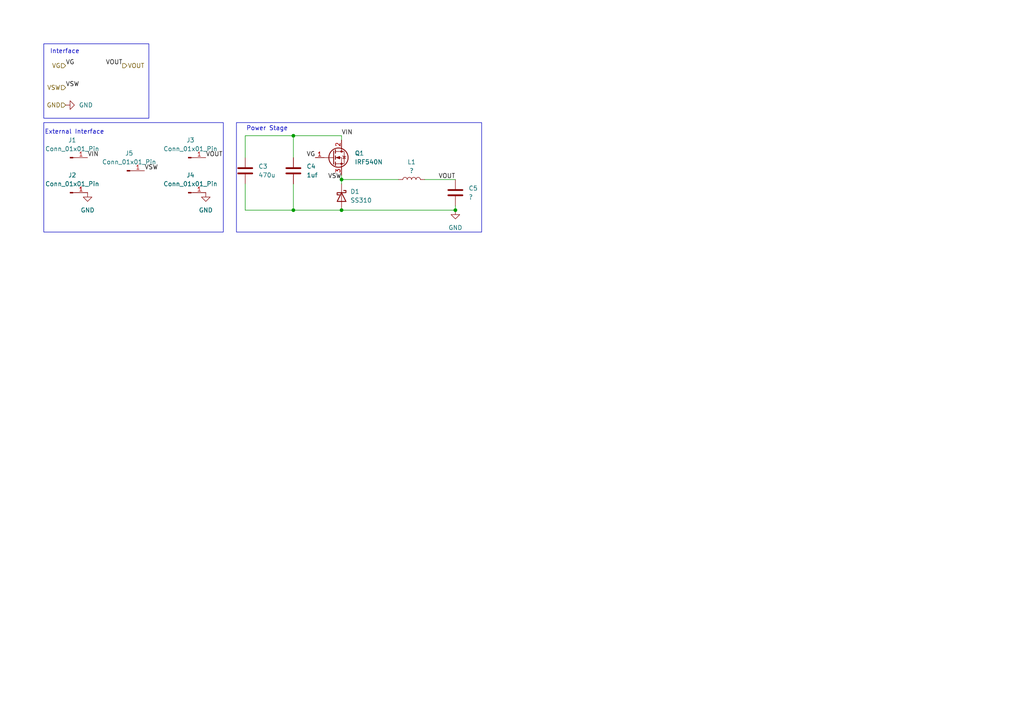
<source format=kicad_sch>
(kicad_sch
	(version 20231120)
	(generator "eeschema")
	(generator_version "8.0")
	(uuid "461f4735-356a-47d8-be74-67da282d7f2c")
	(paper "A4")
	(title_block
		(title "My First Buck")
		(date "2025-01-21")
		(rev "v0")
		(company "Andy Truong")
	)
	(lib_symbols
		(symbol "Connector:Conn_01x01_Pin"
			(pin_names
				(offset 1.016) hide)
			(exclude_from_sim no)
			(in_bom yes)
			(on_board yes)
			(property "Reference" "J"
				(at 0 2.54 0)
				(effects
					(font
						(size 1.27 1.27)
					)
				)
			)
			(property "Value" "Conn_01x01_Pin"
				(at 0 -2.54 0)
				(effects
					(font
						(size 1.27 1.27)
					)
				)
			)
			(property "Footprint" ""
				(at 0 0 0)
				(effects
					(font
						(size 1.27 1.27)
					)
					(hide yes)
				)
			)
			(property "Datasheet" "~"
				(at 0 0 0)
				(effects
					(font
						(size 1.27 1.27)
					)
					(hide yes)
				)
			)
			(property "Description" "Generic connector, single row, 01x01, script generated"
				(at 0 0 0)
				(effects
					(font
						(size 1.27 1.27)
					)
					(hide yes)
				)
			)
			(property "ki_locked" ""
				(at 0 0 0)
				(effects
					(font
						(size 1.27 1.27)
					)
				)
			)
			(property "ki_keywords" "connector"
				(at 0 0 0)
				(effects
					(font
						(size 1.27 1.27)
					)
					(hide yes)
				)
			)
			(property "ki_fp_filters" "Connector*:*_1x??_*"
				(at 0 0 0)
				(effects
					(font
						(size 1.27 1.27)
					)
					(hide yes)
				)
			)
			(symbol "Conn_01x01_Pin_1_1"
				(polyline
					(pts
						(xy 1.27 0) (xy 0.8636 0)
					)
					(stroke
						(width 0.1524)
						(type default)
					)
					(fill
						(type none)
					)
				)
				(rectangle
					(start 0.8636 0.127)
					(end 0 -0.127)
					(stroke
						(width 0.1524)
						(type default)
					)
					(fill
						(type outline)
					)
				)
				(pin passive line
					(at 5.08 0 180)
					(length 3.81)
					(name "Pin_1"
						(effects
							(font
								(size 1.27 1.27)
							)
						)
					)
					(number "1"
						(effects
							(font
								(size 1.27 1.27)
							)
						)
					)
				)
			)
		)
		(symbol "Device:C"
			(pin_numbers hide)
			(pin_names
				(offset 0.254)
			)
			(exclude_from_sim no)
			(in_bom yes)
			(on_board yes)
			(property "Reference" "C"
				(at 0.635 2.54 0)
				(effects
					(font
						(size 1.27 1.27)
					)
					(justify left)
				)
			)
			(property "Value" "C"
				(at 0.635 -2.54 0)
				(effects
					(font
						(size 1.27 1.27)
					)
					(justify left)
				)
			)
			(property "Footprint" ""
				(at 0.9652 -3.81 0)
				(effects
					(font
						(size 1.27 1.27)
					)
					(hide yes)
				)
			)
			(property "Datasheet" "~"
				(at 0 0 0)
				(effects
					(font
						(size 1.27 1.27)
					)
					(hide yes)
				)
			)
			(property "Description" "Unpolarized capacitor"
				(at 0 0 0)
				(effects
					(font
						(size 1.27 1.27)
					)
					(hide yes)
				)
			)
			(property "ki_keywords" "cap capacitor"
				(at 0 0 0)
				(effects
					(font
						(size 1.27 1.27)
					)
					(hide yes)
				)
			)
			(property "ki_fp_filters" "C_*"
				(at 0 0 0)
				(effects
					(font
						(size 1.27 1.27)
					)
					(hide yes)
				)
			)
			(symbol "C_0_1"
				(polyline
					(pts
						(xy -2.032 -0.762) (xy 2.032 -0.762)
					)
					(stroke
						(width 0.508)
						(type default)
					)
					(fill
						(type none)
					)
				)
				(polyline
					(pts
						(xy -2.032 0.762) (xy 2.032 0.762)
					)
					(stroke
						(width 0.508)
						(type default)
					)
					(fill
						(type none)
					)
				)
			)
			(symbol "C_1_1"
				(pin passive line
					(at 0 3.81 270)
					(length 2.794)
					(name "~"
						(effects
							(font
								(size 1.27 1.27)
							)
						)
					)
					(number "1"
						(effects
							(font
								(size 1.27 1.27)
							)
						)
					)
				)
				(pin passive line
					(at 0 -3.81 90)
					(length 2.794)
					(name "~"
						(effects
							(font
								(size 1.27 1.27)
							)
						)
					)
					(number "2"
						(effects
							(font
								(size 1.27 1.27)
							)
						)
					)
				)
			)
		)
		(symbol "Device:L"
			(pin_numbers hide)
			(pin_names
				(offset 1.016) hide)
			(exclude_from_sim no)
			(in_bom yes)
			(on_board yes)
			(property "Reference" "L"
				(at -1.27 0 90)
				(effects
					(font
						(size 1.27 1.27)
					)
				)
			)
			(property "Value" "L"
				(at 1.905 0 90)
				(effects
					(font
						(size 1.27 1.27)
					)
				)
			)
			(property "Footprint" ""
				(at 0 0 0)
				(effects
					(font
						(size 1.27 1.27)
					)
					(hide yes)
				)
			)
			(property "Datasheet" "~"
				(at 0 0 0)
				(effects
					(font
						(size 1.27 1.27)
					)
					(hide yes)
				)
			)
			(property "Description" "Inductor"
				(at 0 0 0)
				(effects
					(font
						(size 1.27 1.27)
					)
					(hide yes)
				)
			)
			(property "ki_keywords" "inductor choke coil reactor magnetic"
				(at 0 0 0)
				(effects
					(font
						(size 1.27 1.27)
					)
					(hide yes)
				)
			)
			(property "ki_fp_filters" "Choke_* *Coil* Inductor_* L_*"
				(at 0 0 0)
				(effects
					(font
						(size 1.27 1.27)
					)
					(hide yes)
				)
			)
			(symbol "L_0_1"
				(arc
					(start 0 -2.54)
					(mid 0.6323 -1.905)
					(end 0 -1.27)
					(stroke
						(width 0)
						(type default)
					)
					(fill
						(type none)
					)
				)
				(arc
					(start 0 -1.27)
					(mid 0.6323 -0.635)
					(end 0 0)
					(stroke
						(width 0)
						(type default)
					)
					(fill
						(type none)
					)
				)
				(arc
					(start 0 0)
					(mid 0.6323 0.635)
					(end 0 1.27)
					(stroke
						(width 0)
						(type default)
					)
					(fill
						(type none)
					)
				)
				(arc
					(start 0 1.27)
					(mid 0.6323 1.905)
					(end 0 2.54)
					(stroke
						(width 0)
						(type default)
					)
					(fill
						(type none)
					)
				)
			)
			(symbol "L_1_1"
				(pin passive line
					(at 0 3.81 270)
					(length 1.27)
					(name "1"
						(effects
							(font
								(size 1.27 1.27)
							)
						)
					)
					(number "1"
						(effects
							(font
								(size 1.27 1.27)
							)
						)
					)
				)
				(pin passive line
					(at 0 -3.81 90)
					(length 1.27)
					(name "2"
						(effects
							(font
								(size 1.27 1.27)
							)
						)
					)
					(number "2"
						(effects
							(font
								(size 1.27 1.27)
							)
						)
					)
				)
			)
		)
		(symbol "Diode:SS310"
			(pin_numbers hide)
			(pin_names
				(offset 1.016) hide)
			(exclude_from_sim no)
			(in_bom yes)
			(on_board yes)
			(property "Reference" "D"
				(at 0 2.54 0)
				(effects
					(font
						(size 1.27 1.27)
					)
				)
			)
			(property "Value" "SS310"
				(at 0 -2.54 0)
				(effects
					(font
						(size 1.27 1.27)
					)
				)
			)
			(property "Footprint" "Diode_SMD:D_SMA"
				(at 0 -4.445 0)
				(effects
					(font
						(size 1.27 1.27)
					)
					(hide yes)
				)
			)
			(property "Datasheet" "https://www.microdiode.com/uploadfiles//PDF/SS32-THRU-SS3200-SMA.pdf"
				(at 0 0 0)
				(effects
					(font
						(size 1.27 1.27)
					)
					(hide yes)
				)
			)
			(property "Description" "100V 3A Schottky Diode, SMA"
				(at 0 0 0)
				(effects
					(font
						(size 1.27 1.27)
					)
					(hide yes)
				)
			)
			(property "ki_keywords" "diode Schottky"
				(at 0 0 0)
				(effects
					(font
						(size 1.27 1.27)
					)
					(hide yes)
				)
			)
			(property "ki_fp_filters" "D*SMA*"
				(at 0 0 0)
				(effects
					(font
						(size 1.27 1.27)
					)
					(hide yes)
				)
			)
			(symbol "SS310_0_1"
				(polyline
					(pts
						(xy 1.27 0) (xy -1.27 0)
					)
					(stroke
						(width 0)
						(type default)
					)
					(fill
						(type none)
					)
				)
				(polyline
					(pts
						(xy 1.27 1.27) (xy 1.27 -1.27) (xy -1.27 0) (xy 1.27 1.27)
					)
					(stroke
						(width 0.254)
						(type default)
					)
					(fill
						(type none)
					)
				)
				(polyline
					(pts
						(xy -1.905 0.635) (xy -1.905 1.27) (xy -1.27 1.27) (xy -1.27 -1.27) (xy -0.635 -1.27) (xy -0.635 -0.635)
					)
					(stroke
						(width 0.254)
						(type default)
					)
					(fill
						(type none)
					)
				)
			)
			(symbol "SS310_1_1"
				(pin passive line
					(at -3.81 0 0)
					(length 2.54)
					(name "K"
						(effects
							(font
								(size 1.27 1.27)
							)
						)
					)
					(number "1"
						(effects
							(font
								(size 1.27 1.27)
							)
						)
					)
				)
				(pin passive line
					(at 3.81 0 180)
					(length 2.54)
					(name "A"
						(effects
							(font
								(size 1.27 1.27)
							)
						)
					)
					(number "2"
						(effects
							(font
								(size 1.27 1.27)
							)
						)
					)
				)
			)
		)
		(symbol "Transistor_FET:IRF540N"
			(pin_names hide)
			(exclude_from_sim no)
			(in_bom yes)
			(on_board yes)
			(property "Reference" "Q"
				(at 5.08 1.905 0)
				(effects
					(font
						(size 1.27 1.27)
					)
					(justify left)
				)
			)
			(property "Value" "IRF540N"
				(at 5.08 0 0)
				(effects
					(font
						(size 1.27 1.27)
					)
					(justify left)
				)
			)
			(property "Footprint" "Package_TO_SOT_THT:TO-220-3_Vertical"
				(at 5.08 -1.905 0)
				(effects
					(font
						(size 1.27 1.27)
						(italic yes)
					)
					(justify left)
					(hide yes)
				)
			)
			(property "Datasheet" "http://www.irf.com/product-info/datasheets/data/irf540n.pdf"
				(at 5.08 -3.81 0)
				(effects
					(font
						(size 1.27 1.27)
					)
					(justify left)
					(hide yes)
				)
			)
			(property "Description" "33A Id, 100V Vds, HEXFET N-Channel MOSFET, TO-220"
				(at 0 0 0)
				(effects
					(font
						(size 1.27 1.27)
					)
					(hide yes)
				)
			)
			(property "ki_keywords" "HEXFET N-Channel MOSFET"
				(at 0 0 0)
				(effects
					(font
						(size 1.27 1.27)
					)
					(hide yes)
				)
			)
			(property "ki_fp_filters" "TO?220*"
				(at 0 0 0)
				(effects
					(font
						(size 1.27 1.27)
					)
					(hide yes)
				)
			)
			(symbol "IRF540N_0_1"
				(polyline
					(pts
						(xy 0.254 0) (xy -2.54 0)
					)
					(stroke
						(width 0)
						(type default)
					)
					(fill
						(type none)
					)
				)
				(polyline
					(pts
						(xy 0.254 1.905) (xy 0.254 -1.905)
					)
					(stroke
						(width 0.254)
						(type default)
					)
					(fill
						(type none)
					)
				)
				(polyline
					(pts
						(xy 0.762 -1.27) (xy 0.762 -2.286)
					)
					(stroke
						(width 0.254)
						(type default)
					)
					(fill
						(type none)
					)
				)
				(polyline
					(pts
						(xy 0.762 0.508) (xy 0.762 -0.508)
					)
					(stroke
						(width 0.254)
						(type default)
					)
					(fill
						(type none)
					)
				)
				(polyline
					(pts
						(xy 0.762 2.286) (xy 0.762 1.27)
					)
					(stroke
						(width 0.254)
						(type default)
					)
					(fill
						(type none)
					)
				)
				(polyline
					(pts
						(xy 2.54 2.54) (xy 2.54 1.778)
					)
					(stroke
						(width 0)
						(type default)
					)
					(fill
						(type none)
					)
				)
				(polyline
					(pts
						(xy 2.54 -2.54) (xy 2.54 0) (xy 0.762 0)
					)
					(stroke
						(width 0)
						(type default)
					)
					(fill
						(type none)
					)
				)
				(polyline
					(pts
						(xy 0.762 -1.778) (xy 3.302 -1.778) (xy 3.302 1.778) (xy 0.762 1.778)
					)
					(stroke
						(width 0)
						(type default)
					)
					(fill
						(type none)
					)
				)
				(polyline
					(pts
						(xy 1.016 0) (xy 2.032 0.381) (xy 2.032 -0.381) (xy 1.016 0)
					)
					(stroke
						(width 0)
						(type default)
					)
					(fill
						(type outline)
					)
				)
				(polyline
					(pts
						(xy 2.794 0.508) (xy 2.921 0.381) (xy 3.683 0.381) (xy 3.81 0.254)
					)
					(stroke
						(width 0)
						(type default)
					)
					(fill
						(type none)
					)
				)
				(polyline
					(pts
						(xy 3.302 0.381) (xy 2.921 -0.254) (xy 3.683 -0.254) (xy 3.302 0.381)
					)
					(stroke
						(width 0)
						(type default)
					)
					(fill
						(type none)
					)
				)
				(circle
					(center 1.651 0)
					(radius 2.794)
					(stroke
						(width 0.254)
						(type default)
					)
					(fill
						(type none)
					)
				)
				(circle
					(center 2.54 -1.778)
					(radius 0.254)
					(stroke
						(width 0)
						(type default)
					)
					(fill
						(type outline)
					)
				)
				(circle
					(center 2.54 1.778)
					(radius 0.254)
					(stroke
						(width 0)
						(type default)
					)
					(fill
						(type outline)
					)
				)
			)
			(symbol "IRF540N_1_1"
				(pin input line
					(at -5.08 0 0)
					(length 2.54)
					(name "G"
						(effects
							(font
								(size 1.27 1.27)
							)
						)
					)
					(number "1"
						(effects
							(font
								(size 1.27 1.27)
							)
						)
					)
				)
				(pin passive line
					(at 2.54 5.08 270)
					(length 2.54)
					(name "D"
						(effects
							(font
								(size 1.27 1.27)
							)
						)
					)
					(number "2"
						(effects
							(font
								(size 1.27 1.27)
							)
						)
					)
				)
				(pin passive line
					(at 2.54 -5.08 90)
					(length 2.54)
					(name "S"
						(effects
							(font
								(size 1.27 1.27)
							)
						)
					)
					(number "3"
						(effects
							(font
								(size 1.27 1.27)
							)
						)
					)
				)
			)
		)
		(symbol "power:GND"
			(power)
			(pin_numbers hide)
			(pin_names
				(offset 0) hide)
			(exclude_from_sim no)
			(in_bom yes)
			(on_board yes)
			(property "Reference" "#PWR"
				(at 0 -6.35 0)
				(effects
					(font
						(size 1.27 1.27)
					)
					(hide yes)
				)
			)
			(property "Value" "GND"
				(at 0 -3.81 0)
				(effects
					(font
						(size 1.27 1.27)
					)
				)
			)
			(property "Footprint" ""
				(at 0 0 0)
				(effects
					(font
						(size 1.27 1.27)
					)
					(hide yes)
				)
			)
			(property "Datasheet" ""
				(at 0 0 0)
				(effects
					(font
						(size 1.27 1.27)
					)
					(hide yes)
				)
			)
			(property "Description" "Power symbol creates a global label with name \"GND\" , ground"
				(at 0 0 0)
				(effects
					(font
						(size 1.27 1.27)
					)
					(hide yes)
				)
			)
			(property "ki_keywords" "global power"
				(at 0 0 0)
				(effects
					(font
						(size 1.27 1.27)
					)
					(hide yes)
				)
			)
			(symbol "GND_0_1"
				(polyline
					(pts
						(xy 0 0) (xy 0 -1.27) (xy 1.27 -1.27) (xy 0 -2.54) (xy -1.27 -1.27) (xy 0 -1.27)
					)
					(stroke
						(width 0)
						(type default)
					)
					(fill
						(type none)
					)
				)
			)
			(symbol "GND_1_1"
				(pin power_in line
					(at 0 0 270)
					(length 0)
					(name "~"
						(effects
							(font
								(size 1.27 1.27)
							)
						)
					)
					(number "1"
						(effects
							(font
								(size 1.27 1.27)
							)
						)
					)
				)
			)
		)
	)
	(junction
		(at 132.08 60.96)
		(diameter 0)
		(color 0 0 0 0)
		(uuid "541a612c-42b1-41ff-8f4b-157d6f771295")
	)
	(junction
		(at 99.06 60.96)
		(diameter 0)
		(color 0 0 0 0)
		(uuid "625bf7ce-fa5f-42bb-9f2e-48642cdd47f3")
	)
	(junction
		(at 85.09 39.37)
		(diameter 0)
		(color 0 0 0 0)
		(uuid "7287d3e5-8fa5-47fa-9314-e16b26278fff")
	)
	(junction
		(at 85.09 60.96)
		(diameter 0)
		(color 0 0 0 0)
		(uuid "791ed3ce-98fd-4b18-b910-ed2a2eeb34ce")
	)
	(junction
		(at 99.06 52.07)
		(diameter 0)
		(color 0 0 0 0)
		(uuid "bbae9011-4574-475a-b00c-111e7a539bbb")
	)
	(wire
		(pts
			(xy 85.09 53.34) (xy 85.09 60.96)
		)
		(stroke
			(width 0)
			(type default)
		)
		(uuid "2a5baf41-5138-4fef-a8c6-c5b19421da90")
	)
	(wire
		(pts
			(xy 85.09 45.72) (xy 85.09 39.37)
		)
		(stroke
			(width 0)
			(type default)
		)
		(uuid "2e7aefc2-1fd4-4de2-9d98-82d23449302b")
	)
	(wire
		(pts
			(xy 71.12 53.34) (xy 71.12 60.96)
		)
		(stroke
			(width 0)
			(type default)
		)
		(uuid "51f74c70-ce3f-4ea2-9282-647978b9abc3")
	)
	(wire
		(pts
			(xy 71.12 60.96) (xy 85.09 60.96)
		)
		(stroke
			(width 0)
			(type default)
		)
		(uuid "52309780-46a2-4af3-8eac-ea1c1cd8afe0")
	)
	(wire
		(pts
			(xy 85.09 39.37) (xy 99.06 39.37)
		)
		(stroke
			(width 0)
			(type default)
		)
		(uuid "68ef6c98-1bb4-4eb7-8725-20267882568e")
	)
	(wire
		(pts
			(xy 123.19 52.07) (xy 132.08 52.07)
		)
		(stroke
			(width 0)
			(type default)
		)
		(uuid "737bffdd-93b9-40dd-8546-22cccb1171d3")
	)
	(wire
		(pts
			(xy 71.12 45.72) (xy 71.12 39.37)
		)
		(stroke
			(width 0)
			(type default)
		)
		(uuid "7e30606a-cd35-4f7a-96d1-d796ecb3e9f7")
	)
	(wire
		(pts
			(xy 99.06 52.07) (xy 115.57 52.07)
		)
		(stroke
			(width 0)
			(type default)
		)
		(uuid "88e7585a-e3fb-40d5-83fb-2289c0b5ae8e")
	)
	(wire
		(pts
			(xy 71.12 39.37) (xy 85.09 39.37)
		)
		(stroke
			(width 0)
			(type default)
		)
		(uuid "8d860dae-7013-4fe2-b2f4-7528c0ae4a2a")
	)
	(wire
		(pts
			(xy 99.06 52.07) (xy 99.06 53.34)
		)
		(stroke
			(width 0)
			(type default)
		)
		(uuid "a79f37f7-7855-4d0a-9ccf-585561308123")
	)
	(wire
		(pts
			(xy 99.06 50.8) (xy 99.06 52.07)
		)
		(stroke
			(width 0)
			(type default)
		)
		(uuid "b1be8f47-f0c5-48c1-a15d-d8bc948609da")
	)
	(wire
		(pts
			(xy 132.08 60.96) (xy 132.08 59.69)
		)
		(stroke
			(width 0)
			(type default)
		)
		(uuid "c0d8db74-2357-4ceb-a48d-13857e0cb257")
	)
	(wire
		(pts
			(xy 99.06 60.96) (xy 132.08 60.96)
		)
		(stroke
			(width 0)
			(type default)
		)
		(uuid "c4e1454d-b212-465c-bb3b-27a996d413e5")
	)
	(wire
		(pts
			(xy 99.06 39.37) (xy 99.06 40.64)
		)
		(stroke
			(width 0)
			(type default)
		)
		(uuid "ca70ab81-af3f-4292-9ebb-c2dbc27fe4f9")
	)
	(wire
		(pts
			(xy 85.09 60.96) (xy 99.06 60.96)
		)
		(stroke
			(width 0)
			(type default)
		)
		(uuid "d1f5ff06-3e2f-46d8-9f41-9a5b5c2a2f25")
	)
	(rectangle
		(start 12.7 35.56)
		(end 64.77 67.31)
		(stroke
			(width 0)
			(type default)
		)
		(fill
			(type none)
		)
		(uuid 46b3d4ac-5805-4dff-90e7-6e940cd3590d)
	)
	(rectangle
		(start 68.58 35.56)
		(end 139.7 67.31)
		(stroke
			(width 0)
			(type default)
		)
		(fill
			(type none)
		)
		(uuid 4d407b1f-c4c8-4159-a0e3-f7ebe26a50d3)
	)
	(rectangle
		(start 12.7 12.7)
		(end 43.18 34.29)
		(stroke
			(width 0)
			(type default)
		)
		(fill
			(type none)
		)
		(uuid b075e2f5-f724-44d4-a7e2-1068e29d1061)
	)
	(text "Interface\n"
		(exclude_from_sim no)
		(at 18.796 14.986 0)
		(effects
			(font
				(size 1.27 1.27)
			)
		)
		(uuid "762a1d40-93ed-46eb-a550-cdbfb39b2eaf")
	)
	(text "Power Stage\n"
		(exclude_from_sim no)
		(at 77.47 37.338 0)
		(effects
			(font
				(size 1.27 1.27)
			)
		)
		(uuid "9b395e71-7b97-49e1-8023-9e913da5984e")
	)
	(text "External Interface\n"
		(exclude_from_sim no)
		(at 21.59 38.354 0)
		(effects
			(font
				(size 1.27 1.27)
			)
		)
		(uuid "d65ebc19-9f3b-4d0d-8eaf-bd4b1d21cf83")
	)
	(label "VIN"
		(at 99.06 39.37 0)
		(effects
			(font
				(size 1.27 1.27)
			)
			(justify left bottom)
		)
		(uuid "124f7329-df1f-46e1-b455-6a64530f08fd")
	)
	(label "VSW"
		(at 99.06 52.07 180)
		(effects
			(font
				(size 1.27 1.27)
			)
			(justify right bottom)
		)
		(uuid "22ea9a51-ed1d-4102-97d0-2db846d92f0d")
	)
	(label "VOUT"
		(at 132.08 52.07 180)
		(effects
			(font
				(size 1.27 1.27)
			)
			(justify right bottom)
		)
		(uuid "2a9f6f95-2245-4b38-b964-34eca504325a")
	)
	(label "VIN"
		(at 25.4 45.72 0)
		(effects
			(font
				(size 1.27 1.27)
			)
			(justify left bottom)
		)
		(uuid "31954a05-7c3d-4a66-8f5b-9ac7acf970d7")
	)
	(label "VG"
		(at 91.44 45.72 180)
		(effects
			(font
				(size 1.27 1.27)
			)
			(justify right bottom)
		)
		(uuid "32dd9a7d-8c97-4dac-a819-837cbeda1de2")
	)
	(label "VOUT"
		(at 59.69 45.72 0)
		(effects
			(font
				(size 1.27 1.27)
			)
			(justify left bottom)
		)
		(uuid "4177671d-3a44-4fdf-8a72-d404e5101faa")
	)
	(label "VG"
		(at 19.05 19.05 0)
		(effects
			(font
				(size 1.27 1.27)
			)
			(justify left bottom)
		)
		(uuid "4243503b-d460-4608-a071-ce912c848155")
	)
	(label "VSW"
		(at 41.91 49.53 0)
		(effects
			(font
				(size 1.27 1.27)
			)
			(justify left bottom)
		)
		(uuid "ac7cf1df-6875-427d-a736-ff741f6ed5e5")
	)
	(label "VOUT"
		(at 35.56 19.05 180)
		(effects
			(font
				(size 1.27 1.27)
			)
			(justify right bottom)
		)
		(uuid "c52c7120-1b2d-4b40-97f4-0b2d5ad3a00c")
	)
	(label "VSW"
		(at 19.05 25.4 0)
		(effects
			(font
				(size 1.27 1.27)
			)
			(justify left bottom)
		)
		(uuid "ca7535a4-a552-40a7-82f3-095684aa570b")
	)
	(hierarchical_label "VG"
		(shape input)
		(at 19.05 19.05 180)
		(effects
			(font
				(size 1.27 1.27)
			)
			(justify right)
		)
		(uuid "40a9c101-3207-45c7-9bc8-953479a07739")
	)
	(hierarchical_label "VSW"
		(shape input)
		(at 19.05 25.4 180)
		(effects
			(font
				(size 1.27 1.27)
			)
			(justify right)
		)
		(uuid "5578fd4c-0578-4555-a2b9-cd4ead6e9d8b")
	)
	(hierarchical_label "GND"
		(shape input)
		(at 19.05 30.48 180)
		(effects
			(font
				(size 1.27 1.27)
			)
			(justify right)
		)
		(uuid "acc4265b-5db4-48e3-ae99-67aa13666e40")
	)
	(hierarchical_label "VOUT"
		(shape output)
		(at 35.56 19.05 0)
		(effects
			(font
				(size 1.27 1.27)
			)
			(justify left)
		)
		(uuid "eca57e30-8d11-4d89-907b-33cf706cb864")
	)
	(symbol
		(lib_id "Connector:Conn_01x01_Pin")
		(at 20.32 45.72 0)
		(unit 1)
		(exclude_from_sim no)
		(in_bom yes)
		(on_board yes)
		(dnp no)
		(fields_autoplaced yes)
		(uuid "15184da7-d7cc-4f3b-98b3-eee49a34fc63")
		(property "Reference" "J1"
			(at 20.955 40.64 0)
			(effects
				(font
					(size 1.27 1.27)
				)
			)
		)
		(property "Value" "Conn_01x01_Pin"
			(at 20.955 43.18 0)
			(effects
				(font
					(size 1.27 1.27)
				)
			)
		)
		(property "Footprint" "Connector:Banana_Jack_1Pin"
			(at 20.32 45.72 0)
			(effects
				(font
					(size 1.27 1.27)
				)
				(hide yes)
			)
		)
		(property "Datasheet" "~"
			(at 20.32 45.72 0)
			(effects
				(font
					(size 1.27 1.27)
				)
				(hide yes)
			)
		)
		(property "Description" "Generic connector, single row, 01x01, script generated"
			(at 20.32 45.72 0)
			(effects
				(font
					(size 1.27 1.27)
				)
				(hide yes)
			)
		)
		(property "Part Number" "BU-P72930-2"
			(at 20.32 45.72 0)
			(effects
				(font
					(size 1.27 1.27)
				)
				(hide yes)
			)
		)
		(pin "1"
			(uuid "b16eb94f-144c-48d7-ac06-eedc3447023c")
		)
		(instances
			(project ""
				(path "/0768732b-0e8f-4a40-9cf3-e602ee34def3/d6498695-823f-490e-901b-4b1c774d8ca4"
					(reference "J1")
					(unit 1)
				)
			)
		)
	)
	(symbol
		(lib_id "Transistor_FET:IRF540N")
		(at 96.52 45.72 0)
		(unit 1)
		(exclude_from_sim no)
		(in_bom yes)
		(on_board yes)
		(dnp no)
		(fields_autoplaced yes)
		(uuid "19c38eb5-97d2-4097-b082-215a10e11824")
		(property "Reference" "Q1"
			(at 102.87 44.4499 0)
			(effects
				(font
					(size 1.27 1.27)
				)
				(justify left)
			)
		)
		(property "Value" "IRF540N"
			(at 102.87 46.9899 0)
			(effects
				(font
					(size 1.27 1.27)
				)
				(justify left)
			)
		)
		(property "Footprint" "Package_TO_SOT_THT:TO-220-3_Vertical"
			(at 101.6 47.625 0)
			(effects
				(font
					(size 1.27 1.27)
					(italic yes)
				)
				(justify left)
				(hide yes)
			)
		)
		(property "Datasheet" "http://www.irf.com/product-info/datasheets/data/irf540n.pdf"
			(at 101.6 49.53 0)
			(effects
				(font
					(size 1.27 1.27)
				)
				(justify left)
				(hide yes)
			)
		)
		(property "Description" "33A Id, 100V Vds, HEXFET N-Channel MOSFET, TO-220"
			(at 96.52 45.72 0)
			(effects
				(font
					(size 1.27 1.27)
				)
				(hide yes)
			)
		)
		(property "Part Number" "IRF540N"
			(at 96.52 45.72 0)
			(effects
				(font
					(size 1.27 1.27)
				)
				(hide yes)
			)
		)
		(pin "3"
			(uuid "75bcf163-2475-4323-a705-b4872b8afcdd")
		)
		(pin "2"
			(uuid "1eb1e7e4-1438-4b01-a33f-f50872b513bf")
		)
		(pin "1"
			(uuid "290a5316-a4ca-4ec9-9cd7-56225f2ae595")
		)
		(instances
			(project ""
				(path "/0768732b-0e8f-4a40-9cf3-e602ee34def3/d6498695-823f-490e-901b-4b1c774d8ca4"
					(reference "Q1")
					(unit 1)
				)
			)
		)
	)
	(symbol
		(lib_id "Connector:Conn_01x01_Pin")
		(at 54.61 55.88 0)
		(unit 1)
		(exclude_from_sim no)
		(in_bom yes)
		(on_board yes)
		(dnp no)
		(fields_autoplaced yes)
		(uuid "1cf23be7-ec2a-43cb-a9f4-dd5c6e06371f")
		(property "Reference" "J4"
			(at 55.245 50.8 0)
			(effects
				(font
					(size 1.27 1.27)
				)
			)
		)
		(property "Value" "Conn_01x01_Pin"
			(at 55.245 53.34 0)
			(effects
				(font
					(size 1.27 1.27)
				)
			)
		)
		(property "Footprint" "Connector:Banana_Jack_1Pin"
			(at 54.61 55.88 0)
			(effects
				(font
					(size 1.27 1.27)
				)
				(hide yes)
			)
		)
		(property "Datasheet" "~"
			(at 54.61 55.88 0)
			(effects
				(font
					(size 1.27 1.27)
				)
				(hide yes)
			)
		)
		(property "Description" "Generic connector, single row, 01x01, script generated"
			(at 54.61 55.88 0)
			(effects
				(font
					(size 1.27 1.27)
				)
				(hide yes)
			)
		)
		(property "Part Number" "BU-P72930-2"
			(at 54.61 55.88 0)
			(effects
				(font
					(size 1.27 1.27)
				)
				(hide yes)
			)
		)
		(pin "1"
			(uuid "6527613e-1532-49cf-b38a-aa8ad63dfb12")
		)
		(instances
			(project "MyFirstBuck"
				(path "/0768732b-0e8f-4a40-9cf3-e602ee34def3/d6498695-823f-490e-901b-4b1c774d8ca4"
					(reference "J4")
					(unit 1)
				)
			)
		)
	)
	(symbol
		(lib_id "Connector:Conn_01x01_Pin")
		(at 36.83 49.53 0)
		(unit 1)
		(exclude_from_sim no)
		(in_bom yes)
		(on_board yes)
		(dnp no)
		(fields_autoplaced yes)
		(uuid "1f9ed252-f038-44b3-a6ba-ea80015c16b4")
		(property "Reference" "J5"
			(at 37.465 44.45 0)
			(effects
				(font
					(size 1.27 1.27)
				)
			)
		)
		(property "Value" "Conn_01x01_Pin"
			(at 37.465 46.99 0)
			(effects
				(font
					(size 1.27 1.27)
				)
			)
		)
		(property "Footprint" "Connector:Banana_Jack_1Pin"
			(at 36.83 49.53 0)
			(effects
				(font
					(size 1.27 1.27)
				)
				(hide yes)
			)
		)
		(property "Datasheet" "~"
			(at 36.83 49.53 0)
			(effects
				(font
					(size 1.27 1.27)
				)
				(hide yes)
			)
		)
		(property "Description" "Generic connector, single row, 01x01, script generated"
			(at 36.83 49.53 0)
			(effects
				(font
					(size 1.27 1.27)
				)
				(hide yes)
			)
		)
		(property "Part Number" "BU-P72930-2"
			(at 36.83 49.53 0)
			(effects
				(font
					(size 1.27 1.27)
				)
				(hide yes)
			)
		)
		(pin "1"
			(uuid "d6bed352-7185-420b-9648-3de19e006cba")
		)
		(instances
			(project "MyFirstBuck"
				(path "/0768732b-0e8f-4a40-9cf3-e602ee34def3/d6498695-823f-490e-901b-4b1c774d8ca4"
					(reference "J5")
					(unit 1)
				)
			)
		)
	)
	(symbol
		(lib_id "power:GND")
		(at 19.05 30.48 90)
		(unit 1)
		(exclude_from_sim no)
		(in_bom yes)
		(on_board yes)
		(dnp no)
		(fields_autoplaced yes)
		(uuid "2a44b3ec-b1e1-4831-a5b6-997329edf28e")
		(property "Reference" "#PWR037"
			(at 25.4 30.48 0)
			(effects
				(font
					(size 1.27 1.27)
				)
				(hide yes)
			)
		)
		(property "Value" "GND"
			(at 22.86 30.4799 90)
			(effects
				(font
					(size 1.27 1.27)
				)
				(justify right)
			)
		)
		(property "Footprint" ""
			(at 19.05 30.48 0)
			(effects
				(font
					(size 1.27 1.27)
				)
				(hide yes)
			)
		)
		(property "Datasheet" ""
			(at 19.05 30.48 0)
			(effects
				(font
					(size 1.27 1.27)
				)
				(hide yes)
			)
		)
		(property "Description" "Power symbol creates a global label with name \"GND\" , ground"
			(at 19.05 30.48 0)
			(effects
				(font
					(size 1.27 1.27)
				)
				(hide yes)
			)
		)
		(pin "1"
			(uuid "75b38240-a49d-48a7-a77b-e1a823e1bfc5")
		)
		(instances
			(project ""
				(path "/0768732b-0e8f-4a40-9cf3-e602ee34def3/d6498695-823f-490e-901b-4b1c774d8ca4"
					(reference "#PWR037")
					(unit 1)
				)
			)
		)
	)
	(symbol
		(lib_id "Device:C")
		(at 85.09 49.53 0)
		(unit 1)
		(exclude_from_sim no)
		(in_bom yes)
		(on_board yes)
		(dnp no)
		(fields_autoplaced yes)
		(uuid "35d095f3-b4d1-4b7f-8d5b-2b59010321d3")
		(property "Reference" "C4"
			(at 88.9 48.2599 0)
			(effects
				(font
					(size 1.27 1.27)
				)
				(justify left)
			)
		)
		(property "Value" "1uf"
			(at 88.9 50.7999 0)
			(effects
				(font
					(size 1.27 1.27)
				)
				(justify left)
			)
		)
		(property "Footprint" "Capacitor_SMD:C_0805_2012Metric_Pad1.18x1.45mm_HandSolder"
			(at 86.0552 53.34 0)
			(effects
				(font
					(size 1.27 1.27)
				)
				(hide yes)
			)
		)
		(property "Datasheet" "~"
			(at 85.09 49.53 0)
			(effects
				(font
					(size 1.27 1.27)
				)
				(hide yes)
			)
		)
		(property "Description" "Unpolarized capacitor"
			(at 85.09 49.53 0)
			(effects
				(font
					(size 1.27 1.27)
				)
				(hide yes)
			)
		)
		(property "Part Number" "GRM21BC72A105KE01L"
			(at 85.09 49.53 0)
			(effects
				(font
					(size 1.27 1.27)
				)
				(hide yes)
			)
		)
		(pin "2"
			(uuid "50cd9c77-2342-466c-ba40-5040cb9f53a9")
		)
		(pin "1"
			(uuid "782c4443-0801-4593-85c7-2a73c16c261a")
		)
		(instances
			(project ""
				(path "/0768732b-0e8f-4a40-9cf3-e602ee34def3/d6498695-823f-490e-901b-4b1c774d8ca4"
					(reference "C4")
					(unit 1)
				)
			)
		)
	)
	(symbol
		(lib_id "Diode:SS310")
		(at 99.06 57.15 270)
		(unit 1)
		(exclude_from_sim no)
		(in_bom yes)
		(on_board yes)
		(dnp no)
		(fields_autoplaced yes)
		(uuid "5c5c9cac-c663-4c49-9ceb-fbe3c0f38016")
		(property "Reference" "D1"
			(at 101.6 55.5624 90)
			(effects
				(font
					(size 1.27 1.27)
				)
				(justify left)
			)
		)
		(property "Value" "SS310"
			(at 101.6 58.1024 90)
			(effects
				(font
					(size 1.27 1.27)
				)
				(justify left)
			)
		)
		(property "Footprint" "Diode_SMD:D_SMA"
			(at 94.615 57.15 0)
			(effects
				(font
					(size 1.27 1.27)
				)
				(hide yes)
			)
		)
		(property "Datasheet" "https://www.microdiode.com/uploadfiles//PDF/SS32-THRU-SS3200-SMA.pdf"
			(at 99.06 57.15 0)
			(effects
				(font
					(size 1.27 1.27)
				)
				(hide yes)
			)
		)
		(property "Description" "100V 3A Schottky Diode, SMA"
			(at 99.06 57.15 0)
			(effects
				(font
					(size 1.27 1.27)
				)
				(hide yes)
			)
		)
		(property "Part Number" "SS310"
			(at 99.06 57.15 0)
			(effects
				(font
					(size 1.27 1.27)
				)
				(hide yes)
			)
		)
		(pin "2"
			(uuid "574ccf9b-20aa-43ad-87a3-15b3b75f7595")
		)
		(pin "1"
			(uuid "82ae7519-c3b3-4c85-9283-691145dc10da")
		)
		(instances
			(project ""
				(path "/0768732b-0e8f-4a40-9cf3-e602ee34def3/d6498695-823f-490e-901b-4b1c774d8ca4"
					(reference "D1")
					(unit 1)
				)
			)
		)
	)
	(symbol
		(lib_id "Device:L")
		(at 119.38 52.07 90)
		(unit 1)
		(exclude_from_sim no)
		(in_bom yes)
		(on_board yes)
		(dnp no)
		(fields_autoplaced yes)
		(uuid "6f4577f7-6327-4044-a6ec-97dc609cc134")
		(property "Reference" "L1"
			(at 119.38 46.99 90)
			(effects
				(font
					(size 1.27 1.27)
				)
			)
		)
		(property "Value" "?"
			(at 119.38 49.53 90)
			(effects
				(font
					(size 1.27 1.27)
				)
			)
		)
		(property "Footprint" "Inductor_THT:L_Radial_D50.8mm_P38.86mm_Vishay_IHB-6"
			(at 119.38 52.07 0)
			(effects
				(font
					(size 1.27 1.27)
				)
				(hide yes)
			)
		)
		(property "Datasheet" "~"
			(at 119.38 52.07 0)
			(effects
				(font
					(size 1.27 1.27)
				)
				(hide yes)
			)
		)
		(property "Description" "Inductor"
			(at 119.38 52.07 0)
			(effects
				(font
					(size 1.27 1.27)
				)
				(hide yes)
			)
		)
		(property "Part Number" ""
			(at 119.38 52.07 0)
			(effects
				(font
					(size 1.27 1.27)
				)
				(hide yes)
			)
		)
		(pin "2"
			(uuid "29d95ab0-01ba-4b15-a378-607d657a4db4")
		)
		(pin "1"
			(uuid "b1d54465-962d-468e-a696-b4a34793eb86")
		)
		(instances
			(project ""
				(path "/0768732b-0e8f-4a40-9cf3-e602ee34def3/d6498695-823f-490e-901b-4b1c774d8ca4"
					(reference "L1")
					(unit 1)
				)
			)
		)
	)
	(symbol
		(lib_id "Device:C")
		(at 132.08 55.88 0)
		(unit 1)
		(exclude_from_sim no)
		(in_bom yes)
		(on_board yes)
		(dnp no)
		(fields_autoplaced yes)
		(uuid "760b9438-357b-4f78-9281-77fe29712430")
		(property "Reference" "C5"
			(at 135.89 54.6099 0)
			(effects
				(font
					(size 1.27 1.27)
				)
				(justify left)
			)
		)
		(property "Value" "?"
			(at 135.89 57.1499 0)
			(effects
				(font
					(size 1.27 1.27)
				)
				(justify left)
			)
		)
		(property "Footprint" "Capacitor_THT:CP_Radial_D18.0mm_P7.50mm"
			(at 133.0452 59.69 0)
			(effects
				(font
					(size 1.27 1.27)
				)
				(hide yes)
			)
		)
		(property "Datasheet" "~"
			(at 132.08 55.88 0)
			(effects
				(font
					(size 1.27 1.27)
				)
				(hide yes)
			)
		)
		(property "Description" "Electrolytic Capacitor"
			(at 132.08 55.88 0)
			(effects
				(font
					(size 1.27 1.27)
				)
				(hide yes)
			)
		)
		(property "Part Number" ""
			(at 132.08 55.88 0)
			(effects
				(font
					(size 1.27 1.27)
				)
				(hide yes)
			)
		)
		(pin "2"
			(uuid "1bdd00d1-2932-46be-b445-73bd8e1aa2c9")
		)
		(pin "1"
			(uuid "f0bfe9d2-4d7b-4a09-b9d8-427f8aa8a912")
		)
		(instances
			(project "MyFirstBuck"
				(path "/0768732b-0e8f-4a40-9cf3-e602ee34def3/d6498695-823f-490e-901b-4b1c774d8ca4"
					(reference "C5")
					(unit 1)
				)
			)
		)
	)
	(symbol
		(lib_id "Device:C")
		(at 71.12 49.53 0)
		(unit 1)
		(exclude_from_sim no)
		(in_bom yes)
		(on_board yes)
		(dnp no)
		(fields_autoplaced yes)
		(uuid "7d6b1cae-35fb-4270-a3ea-a0929df589c4")
		(property "Reference" "C3"
			(at 74.93 48.2599 0)
			(effects
				(font
					(size 1.27 1.27)
				)
				(justify left)
			)
		)
		(property "Value" "470u"
			(at 74.93 50.7999 0)
			(effects
				(font
					(size 1.27 1.27)
				)
				(justify left)
			)
		)
		(property "Footprint" "Capacitor_THT:CP_Radial_D18.0mm_P7.50mm"
			(at 72.0852 53.34 0)
			(effects
				(font
					(size 1.27 1.27)
				)
				(hide yes)
			)
		)
		(property "Datasheet" "~"
			(at 71.12 49.53 0)
			(effects
				(font
					(size 1.27 1.27)
				)
				(hide yes)
			)
		)
		(property "Description" "Electrolytic Capacitor"
			(at 71.12 49.53 0)
			(effects
				(font
					(size 1.27 1.27)
				)
				(hide yes)
			)
		)
		(property "Part Number" "100ZLH470MEFC16X31.5"
			(at 71.12 49.53 0)
			(effects
				(font
					(size 1.27 1.27)
				)
				(hide yes)
			)
		)
		(pin "2"
			(uuid "5ca26581-13b5-493c-94cc-823b442ac0bf")
		)
		(pin "1"
			(uuid "0374b573-d2a4-4cc5-8fc9-d958211e0626")
		)
		(instances
			(project ""
				(path "/0768732b-0e8f-4a40-9cf3-e602ee34def3/d6498695-823f-490e-901b-4b1c774d8ca4"
					(reference "C3")
					(unit 1)
				)
			)
		)
	)
	(symbol
		(lib_id "power:GND")
		(at 25.4 55.88 0)
		(unit 1)
		(exclude_from_sim no)
		(in_bom yes)
		(on_board yes)
		(dnp no)
		(fields_autoplaced yes)
		(uuid "7e7dc9d4-9e88-4f43-a112-59f835f31e39")
		(property "Reference" "#PWR038"
			(at 25.4 62.23 0)
			(effects
				(font
					(size 1.27 1.27)
				)
				(hide yes)
			)
		)
		(property "Value" "GND"
			(at 25.4 60.96 0)
			(effects
				(font
					(size 1.27 1.27)
				)
			)
		)
		(property "Footprint" ""
			(at 25.4 55.88 0)
			(effects
				(font
					(size 1.27 1.27)
				)
				(hide yes)
			)
		)
		(property "Datasheet" ""
			(at 25.4 55.88 0)
			(effects
				(font
					(size 1.27 1.27)
				)
				(hide yes)
			)
		)
		(property "Description" "Power symbol creates a global label with name \"GND\" , ground"
			(at 25.4 55.88 0)
			(effects
				(font
					(size 1.27 1.27)
				)
				(hide yes)
			)
		)
		(pin "1"
			(uuid "b1fc0a95-d344-4dca-bb0b-7ac378d79982")
		)
		(instances
			(project "MyFirstBuck"
				(path "/0768732b-0e8f-4a40-9cf3-e602ee34def3/d6498695-823f-490e-901b-4b1c774d8ca4"
					(reference "#PWR038")
					(unit 1)
				)
			)
		)
	)
	(symbol
		(lib_id "Connector:Conn_01x01_Pin")
		(at 20.32 55.88 0)
		(unit 1)
		(exclude_from_sim no)
		(in_bom yes)
		(on_board yes)
		(dnp no)
		(fields_autoplaced yes)
		(uuid "8cdf8d7d-50a1-44f7-bc09-3a481c9a9633")
		(property "Reference" "J2"
			(at 20.955 50.8 0)
			(effects
				(font
					(size 1.27 1.27)
				)
			)
		)
		(property "Value" "Conn_01x01_Pin"
			(at 20.955 53.34 0)
			(effects
				(font
					(size 1.27 1.27)
				)
			)
		)
		(property "Footprint" "Connector:Banana_Jack_1Pin"
			(at 20.32 55.88 0)
			(effects
				(font
					(size 1.27 1.27)
				)
				(hide yes)
			)
		)
		(property "Datasheet" "~"
			(at 20.32 55.88 0)
			(effects
				(font
					(size 1.27 1.27)
				)
				(hide yes)
			)
		)
		(property "Description" "Generic connector, single row, 01x01, script generated"
			(at 20.32 55.88 0)
			(effects
				(font
					(size 1.27 1.27)
				)
				(hide yes)
			)
		)
		(property "Part Number" "BU-P72930-2"
			(at 20.32 55.88 0)
			(effects
				(font
					(size 1.27 1.27)
				)
				(hide yes)
			)
		)
		(pin "1"
			(uuid "54510b9c-c0b4-45be-9525-88e388e5da64")
		)
		(instances
			(project "MyFirstBuck"
				(path "/0768732b-0e8f-4a40-9cf3-e602ee34def3/d6498695-823f-490e-901b-4b1c774d8ca4"
					(reference "J2")
					(unit 1)
				)
			)
		)
	)
	(symbol
		(lib_id "power:GND")
		(at 132.08 60.96 0)
		(unit 1)
		(exclude_from_sim no)
		(in_bom yes)
		(on_board yes)
		(dnp no)
		(fields_autoplaced yes)
		(uuid "8ced9ca8-5bec-464a-9b43-6ff32776d9c5")
		(property "Reference" "#PWR055"
			(at 132.08 67.31 0)
			(effects
				(font
					(size 1.27 1.27)
				)
				(hide yes)
			)
		)
		(property "Value" "GND"
			(at 132.08 66.04 0)
			(effects
				(font
					(size 1.27 1.27)
				)
			)
		)
		(property "Footprint" ""
			(at 132.08 60.96 0)
			(effects
				(font
					(size 1.27 1.27)
				)
				(hide yes)
			)
		)
		(property "Datasheet" ""
			(at 132.08 60.96 0)
			(effects
				(font
					(size 1.27 1.27)
				)
				(hide yes)
			)
		)
		(property "Description" "Power symbol creates a global label with name \"GND\" , ground"
			(at 132.08 60.96 0)
			(effects
				(font
					(size 1.27 1.27)
				)
				(hide yes)
			)
		)
		(pin "1"
			(uuid "456f19bb-6032-433f-86bd-f65222dbc210")
		)
		(instances
			(project "MyFirstBuck"
				(path "/0768732b-0e8f-4a40-9cf3-e602ee34def3/d6498695-823f-490e-901b-4b1c774d8ca4"
					(reference "#PWR055")
					(unit 1)
				)
			)
		)
	)
	(symbol
		(lib_id "power:GND")
		(at 59.69 55.88 0)
		(unit 1)
		(exclude_from_sim no)
		(in_bom yes)
		(on_board yes)
		(dnp no)
		(fields_autoplaced yes)
		(uuid "943c212b-bd52-4b9b-ab07-cf8e7d9e901b")
		(property "Reference" "#PWR039"
			(at 59.69 62.23 0)
			(effects
				(font
					(size 1.27 1.27)
				)
				(hide yes)
			)
		)
		(property "Value" "GND"
			(at 59.69 60.96 0)
			(effects
				(font
					(size 1.27 1.27)
				)
			)
		)
		(property "Footprint" ""
			(at 59.69 55.88 0)
			(effects
				(font
					(size 1.27 1.27)
				)
				(hide yes)
			)
		)
		(property "Datasheet" ""
			(at 59.69 55.88 0)
			(effects
				(font
					(size 1.27 1.27)
				)
				(hide yes)
			)
		)
		(property "Description" "Power symbol creates a global label with name \"GND\" , ground"
			(at 59.69 55.88 0)
			(effects
				(font
					(size 1.27 1.27)
				)
				(hide yes)
			)
		)
		(pin "1"
			(uuid "6bd197af-ca01-4894-a043-06abc9f52898")
		)
		(instances
			(project "MyFirstBuck"
				(path "/0768732b-0e8f-4a40-9cf3-e602ee34def3/d6498695-823f-490e-901b-4b1c774d8ca4"
					(reference "#PWR039")
					(unit 1)
				)
			)
		)
	)
	(symbol
		(lib_id "Connector:Conn_01x01_Pin")
		(at 54.61 45.72 0)
		(unit 1)
		(exclude_from_sim no)
		(in_bom yes)
		(on_board yes)
		(dnp no)
		(fields_autoplaced yes)
		(uuid "c6cf1a50-9a58-43ef-9832-2bcff12691f9")
		(property "Reference" "J3"
			(at 55.245 40.64 0)
			(effects
				(font
					(size 1.27 1.27)
				)
			)
		)
		(property "Value" "Conn_01x01_Pin"
			(at 55.245 43.18 0)
			(effects
				(font
					(size 1.27 1.27)
				)
			)
		)
		(property "Footprint" "Connector:Banana_Jack_1Pin"
			(at 54.61 45.72 0)
			(effects
				(font
					(size 1.27 1.27)
				)
				(hide yes)
			)
		)
		(property "Datasheet" "~"
			(at 54.61 45.72 0)
			(effects
				(font
					(size 1.27 1.27)
				)
				(hide yes)
			)
		)
		(property "Description" "Generic connector, single row, 01x01, script generated"
			(at 54.61 45.72 0)
			(effects
				(font
					(size 1.27 1.27)
				)
				(hide yes)
			)
		)
		(property "Part Number" "BU-P72930-2"
			(at 54.61 45.72 0)
			(effects
				(font
					(size 1.27 1.27)
				)
				(hide yes)
			)
		)
		(pin "1"
			(uuid "e539780d-3abe-403b-bb32-bfda42f23107")
		)
		(instances
			(project "MyFirstBuck"
				(path "/0768732b-0e8f-4a40-9cf3-e602ee34def3/d6498695-823f-490e-901b-4b1c774d8ca4"
					(reference "J3")
					(unit 1)
				)
			)
		)
	)
)

</source>
